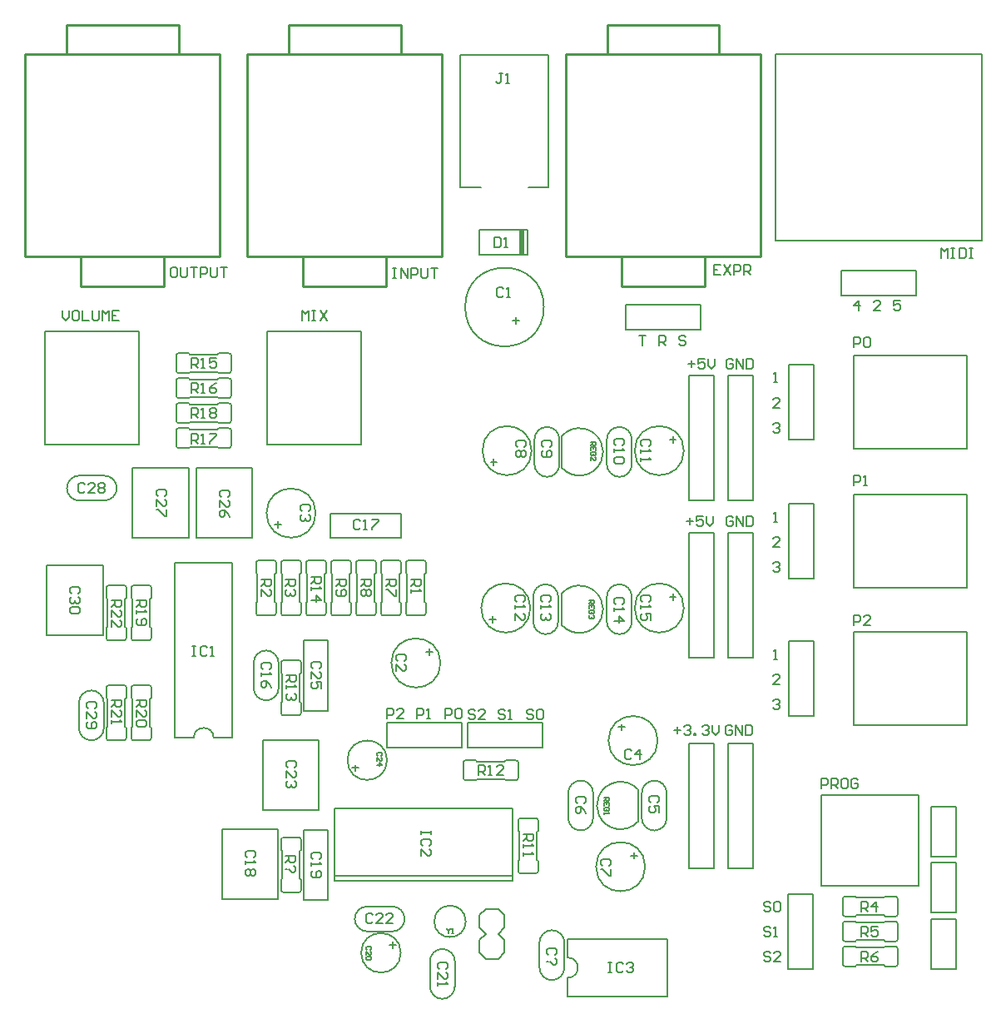
<source format=gto>
G04*
G04 #@! TF.GenerationSoftware,Altium Limited,Altium Designer,19.0.12 (326)*
G04*
G04 Layer_Color=65535*
%FSLAX25Y25*%
%MOIN*%
G70*
G01*
G75*
%ADD10C,0.00600*%
%ADD11C,0.00500*%
%ADD12C,0.01000*%
%ADD13C,0.00800*%
%ADD14R,0.02000X0.10000*%
D10*
X149406Y107060D02*
G03*
X149406Y107060I-7906J0D01*
G01*
X354063Y31500D02*
G03*
X353063Y32500I-1000J0D01*
G01*
Y24500D02*
G03*
X354063Y25500I0J1000D01*
G01*
X331937D02*
G03*
X332937Y24500I1000J0D01*
G01*
Y32500D02*
G03*
X331937Y31500I0J-1000D01*
G01*
X354063Y41500D02*
G03*
X353063Y42500I-1000J0D01*
G01*
Y34500D02*
G03*
X354063Y35500I0J1000D01*
G01*
X331937D02*
G03*
X332937Y34500I1000J0D01*
G01*
Y42500D02*
G03*
X331937Y41500I0J-1000D01*
G01*
X354063Y51500D02*
G03*
X353063Y52500I-1000J0D01*
G01*
Y44500D02*
G03*
X354063Y45500I0J1000D01*
G01*
X331937D02*
G03*
X332937Y44500I1000J0D01*
G01*
Y52500D02*
G03*
X331937Y51500I0J-1000D01*
G01*
X221896Y20000D02*
G03*
X221896Y28000I0J4000D01*
G01*
X220500Y34000D02*
G03*
X215500Y39000I-5000J0D01*
G01*
Y19000D02*
G03*
X220500Y24000I0J5000D01*
G01*
X215500Y39000D02*
G03*
X210500Y34000I0J-5000D01*
G01*
Y24000D02*
G03*
X215500Y19000I5000J0D01*
G01*
X212248Y288494D02*
G03*
X212248Y288494I-15748J0D01*
G01*
X257843Y114915D02*
G03*
X257843Y114915I-9843J0D01*
G01*
X234300Y85100D02*
G03*
X250000Y82494I8700J3816D01*
G01*
X234300Y92731D02*
G03*
X234300Y85099I8701J-3816D01*
G01*
X250000Y95336D02*
G03*
X234300Y92730I-7000J-6422D01*
G01*
X252843Y64415D02*
G03*
X252843Y64415I-9843J0D01*
G01*
X256500Y78915D02*
G03*
X261500Y83915I0J5000D01*
G01*
X251500D02*
G03*
X256500Y78915I5000J0D01*
G01*
Y98915D02*
G03*
X251500Y93915I0J-5000D01*
G01*
X261500D02*
G03*
X256500Y98915I-5000J0D01*
G01*
X227000D02*
G03*
X222000Y93915I0J-5000D01*
G01*
X232000D02*
G03*
X227000Y98915I-5000J0D01*
G01*
Y78915D02*
G03*
X232000Y83915I0J5000D01*
G01*
X222000D02*
G03*
X227000Y78915I5000J0D01*
G01*
X202063Y106000D02*
G03*
X201063Y107000I-1000J0D01*
G01*
Y99000D02*
G03*
X202063Y100000I0J1000D01*
G01*
X179937D02*
G03*
X180937Y99000I1000J0D01*
G01*
Y107000D02*
G03*
X179937Y106000I0J-1000D01*
G01*
X210000Y82863D02*
G03*
X209000Y83863I-1000J0D01*
G01*
X203000D02*
G03*
X202000Y82863I0J-1000D01*
G01*
Y62737D02*
G03*
X203000Y61737I1000J0D01*
G01*
X209000D02*
G03*
X210000Y62737I0J1000D01*
G01*
X171600Y11500D02*
G03*
X176600Y16500I0J5000D01*
G01*
X166600D02*
G03*
X171600Y11500I5000J0D01*
G01*
Y31500D02*
G03*
X166600Y26500I0J-5000D01*
G01*
X176600D02*
G03*
X171600Y31500I-5000J0D01*
G01*
X136500Y43500D02*
G03*
X141500Y38500I5000J0D01*
G01*
Y48500D02*
G03*
X136500Y43500I0J-5000D01*
G01*
X156500D02*
G03*
X151500Y48500I-5000J0D01*
G01*
Y38500D02*
G03*
X156500Y43500I0J5000D01*
G01*
X154906Y29940D02*
G03*
X154906Y29940I-7906J0D01*
G01*
X235200Y171315D02*
G03*
X219500Y173921I-8700J-3816D01*
G01*
X235200Y163684D02*
G03*
X235200Y171316I-8701J3816D01*
G01*
X219500Y161079D02*
G03*
X235200Y163685I7000J6422D01*
G01*
X268343Y168000D02*
G03*
X268343Y168000I-9843J0D01*
G01*
X242500Y157500D02*
G03*
X247500Y162500I0J5000D01*
G01*
X237500D02*
G03*
X242500Y157500I5000J0D01*
G01*
Y177500D02*
G03*
X237500Y172500I0J-5000D01*
G01*
X247500D02*
G03*
X242500Y177500I-5000J0D01*
G01*
X213000D02*
G03*
X208000Y172500I0J-5000D01*
G01*
X218000D02*
G03*
X213000Y177500I-5000J0D01*
G01*
Y157500D02*
G03*
X218000Y162500I0J5000D01*
G01*
X208000D02*
G03*
X213000Y157500I5000J0D01*
G01*
X206843Y168000D02*
G03*
X206843Y168000I-9843J0D01*
G01*
X235200Y234315D02*
G03*
X219500Y236921I-8700J-3816D01*
G01*
X235200Y226684D02*
G03*
X235200Y234316I-8701J3816D01*
G01*
X219500Y224079D02*
G03*
X235200Y226685I7000J6422D01*
G01*
X268343Y231000D02*
G03*
X268343Y231000I-9843J0D01*
G01*
X242500Y220500D02*
G03*
X247500Y225500I0J5000D01*
G01*
X237500D02*
G03*
X242500Y220500I5000J0D01*
G01*
Y240500D02*
G03*
X237500Y235500I0J-5000D01*
G01*
X247500D02*
G03*
X242500Y240500I-5000J0D01*
G01*
X213500D02*
G03*
X208500Y235500I0J-5000D01*
G01*
X218500D02*
G03*
X213500Y240500I-5000J0D01*
G01*
Y220500D02*
G03*
X218500Y225500I0J5000D01*
G01*
X208500D02*
G03*
X213500Y220500I5000J0D01*
G01*
X207343Y231000D02*
G03*
X207343Y231000I-9843J0D01*
G01*
X170843Y146000D02*
G03*
X170843Y146000I-9843J0D01*
G01*
X115000Y146063D02*
G03*
X114000Y147063I-1000J0D01*
G01*
X108000D02*
G03*
X107000Y146063I0J-1000D01*
G01*
Y125937D02*
G03*
X108000Y124937I1000J0D01*
G01*
X114000D02*
G03*
X115000Y125937I0J1000D01*
G01*
X101000Y131000D02*
G03*
X106000Y136000I0J5000D01*
G01*
X96000D02*
G03*
X101000Y131000I5000J0D01*
G01*
Y151000D02*
G03*
X96000Y146000I0J-5000D01*
G01*
X106000D02*
G03*
X101000Y151000I-5000J0D01*
G01*
X120843Y206000D02*
G03*
X120843Y206000I-9843J0D01*
G01*
X157000Y165937D02*
G03*
X158000Y164937I1000J0D01*
G01*
X164000D02*
G03*
X165000Y165937I0J1000D01*
G01*
Y186063D02*
G03*
X164000Y187063I-1000J0D01*
G01*
X158000D02*
G03*
X157000Y186063I0J-1000D01*
G01*
X154000Y164937D02*
G03*
X155000Y165937I0J1000D01*
G01*
X147000D02*
G03*
X148000Y164937I1000J0D01*
G01*
Y187063D02*
G03*
X147000Y186063I0J-1000D01*
G01*
X155000D02*
G03*
X154000Y187063I-1000J0D01*
G01*
X137000Y165937D02*
G03*
X138000Y164937I1000J0D01*
G01*
X144000D02*
G03*
X145000Y165937I0J1000D01*
G01*
Y186063D02*
G03*
X144000Y187063I-1000J0D01*
G01*
X138000D02*
G03*
X137000Y186063I0J-1000D01*
G01*
X134000Y164937D02*
G03*
X135000Y165937I0J1000D01*
G01*
X127000D02*
G03*
X128000Y164937I1000J0D01*
G01*
Y187063D02*
G03*
X127000Y186063I0J-1000D01*
G01*
X135000D02*
G03*
X134000Y187063I-1000J0D01*
G01*
X125000Y186063D02*
G03*
X124000Y187063I-1000J0D01*
G01*
X118000D02*
G03*
X117000Y186063I0J-1000D01*
G01*
Y165937D02*
G03*
X118000Y164937I1000J0D01*
G01*
X124000D02*
G03*
X125000Y165937I0J1000D01*
G01*
X115000Y186063D02*
G03*
X114000Y187063I-1000J0D01*
G01*
X108000D02*
G03*
X107000Y186063I0J-1000D01*
G01*
Y165937D02*
G03*
X108000Y164937I1000J0D01*
G01*
X114000D02*
G03*
X115000Y165937I0J1000D01*
G01*
X105000Y186063D02*
G03*
X104000Y187063I-1000J0D01*
G01*
X98000D02*
G03*
X97000Y186063I0J-1000D01*
G01*
Y165937D02*
G03*
X98000Y164937I1000J0D01*
G01*
X104000D02*
G03*
X105000Y165937I0J1000D01*
G01*
X107000Y55137D02*
G03*
X108000Y54137I1000J0D01*
G01*
X114000D02*
G03*
X115000Y55137I0J1000D01*
G01*
Y75263D02*
G03*
X114000Y76263I-1000J0D01*
G01*
X108000D02*
G03*
X107000Y75263I0J-1000D01*
G01*
X47000Y115937D02*
G03*
X48000Y114937I1000J0D01*
G01*
X54000D02*
G03*
X55000Y115937I0J1000D01*
G01*
Y136063D02*
G03*
X54000Y137063I-1000J0D01*
G01*
X48000D02*
G03*
X47000Y136063I0J-1000D01*
G01*
X44000Y114937D02*
G03*
X45000Y115937I0J1000D01*
G01*
X37000D02*
G03*
X38000Y114937I1000J0D01*
G01*
Y137063D02*
G03*
X37000Y136063I0J-1000D01*
G01*
X45000D02*
G03*
X44000Y137063I-1000J0D01*
G01*
X31000Y135000D02*
G03*
X26000Y130000I0J-5000D01*
G01*
X36000D02*
G03*
X31000Y135000I-5000J0D01*
G01*
Y115000D02*
G03*
X36000Y120000I0J5000D01*
G01*
X26000D02*
G03*
X31000Y115000I5000J0D01*
G01*
X80000Y116000D02*
G03*
X72000Y116000I-4000J0D01*
G01*
X47000Y155937D02*
G03*
X48000Y154937I1000J0D01*
G01*
X54000D02*
G03*
X55000Y155937I0J1000D01*
G01*
Y176063D02*
G03*
X54000Y177063I-1000J0D01*
G01*
X48000D02*
G03*
X47000Y176063I0J-1000D01*
G01*
X44000Y154937D02*
G03*
X45000Y155937I0J1000D01*
G01*
X37000D02*
G03*
X38000Y154937I1000J0D01*
G01*
Y177063D02*
G03*
X37000Y176063I0J-1000D01*
G01*
X45000D02*
G03*
X44000Y177063I-1000J0D01*
G01*
X21200Y216000D02*
G03*
X26200Y211000I5000J0D01*
G01*
Y221000D02*
G03*
X21200Y216000I0J-5000D01*
G01*
X41200D02*
G03*
X36200Y221000I-5000J0D01*
G01*
Y211000D02*
G03*
X41200Y216000I0J5000D01*
G01*
X86063Y262000D02*
G03*
X87063Y263000I0J1000D01*
G01*
Y269000D02*
G03*
X86063Y270000I-1000J0D01*
G01*
X65937D02*
G03*
X64937Y269000I0J-1000D01*
G01*
Y263000D02*
G03*
X65937Y262000I1000J0D01*
G01*
Y260000D02*
G03*
X64937Y259000I0J-1000D01*
G01*
Y253000D02*
G03*
X65937Y252000I1000J0D01*
G01*
X86063D02*
G03*
X87063Y253000I0J1000D01*
G01*
Y259000D02*
G03*
X86063Y260000I-1000J0D01*
G01*
X65937Y250000D02*
G03*
X64937Y249000I0J-1000D01*
G01*
Y243000D02*
G03*
X65937Y242000I1000J0D01*
G01*
X86063D02*
G03*
X87063Y243000I0J1000D01*
G01*
Y249000D02*
G03*
X86063Y250000I-1000J0D01*
G01*
Y232000D02*
G03*
X87063Y233000I0J1000D01*
G01*
Y239000D02*
G03*
X86063Y240000I-1000J0D01*
G01*
X65937D02*
G03*
X64937Y239000I0J-1000D01*
G01*
Y233000D02*
G03*
X65937Y232000I1000J0D01*
G01*
X135442Y103975D02*
X137942D01*
X136700Y105192D02*
X136728Y102727D01*
X331937Y25500D02*
Y31500D01*
X354063Y25500D02*
Y31500D01*
X337437Y25000D02*
X348563D01*
X337437Y32000D02*
X348563D01*
X332937Y24500D02*
X336937D01*
X332937Y32500D02*
X336937D01*
X349063Y24500D02*
X353063D01*
X349063Y32500D02*
X353063D01*
X336937Y24500D02*
X337437Y25000D01*
X336937Y32500D02*
X337437Y32000D01*
X348563Y25000D02*
X349063Y24500D01*
X348563Y32000D02*
X349063Y32500D01*
X331937Y35500D02*
Y41500D01*
X354063Y35500D02*
Y41500D01*
X337437Y35000D02*
X348563D01*
X337437Y42000D02*
X348563D01*
X332937Y34500D02*
X336937D01*
X332937Y42500D02*
X336937D01*
X349063Y34500D02*
X353063D01*
X349063Y42500D02*
X353063D01*
X336937Y34500D02*
X337437Y35000D01*
X336937Y42500D02*
X337437Y42000D01*
X348563Y35000D02*
X349063Y34500D01*
X348563Y42000D02*
X349063Y42500D01*
X331937Y45500D02*
Y51500D01*
X354063Y45500D02*
Y51500D01*
X337437Y45000D02*
X348563D01*
X337437Y52000D02*
X348563D01*
X332937Y44500D02*
X336937D01*
X332937Y52500D02*
X336937D01*
X349063Y44500D02*
X353063D01*
X349063Y52500D02*
X353063D01*
X336937Y44500D02*
X337437Y45000D01*
X336937Y52500D02*
X337437Y52000D01*
X348563Y45000D02*
X349063Y44500D01*
X348563Y52000D02*
X349063Y52500D01*
X261896Y12500D02*
Y35500D01*
X221896D02*
X261896D01*
X221896Y28000D02*
Y35500D01*
Y12500D02*
X261896D01*
X221896D02*
Y20000D01*
X220500Y24000D02*
Y34000D01*
X210500Y26500D02*
Y34000D01*
Y24000D02*
Y26500D01*
X201000Y281894D02*
Y284395D01*
X199700Y283095D02*
X202300D01*
X205850Y309500D02*
Y319500D01*
X186500Y309500D02*
Y319500D01*
X201850Y309500D02*
X205850D01*
X186500Y319500D02*
X205800D01*
X186500Y309500D02*
X202450D01*
X243500Y119015D02*
Y121515D01*
X242200Y120315D02*
X244800D01*
X250000Y82494D02*
Y95336D01*
X247100Y68915D02*
X249600D01*
X248400Y67615D02*
Y70215D01*
X251500Y83915D02*
Y86415D01*
Y93915D01*
X261500Y83915D02*
Y93915D01*
X232000Y91415D02*
Y93915D01*
Y83915D02*
Y91415D01*
X222000Y83915D02*
Y93915D01*
X179937Y100000D02*
Y106000D01*
X202063Y100000D02*
Y106000D01*
X185437Y99500D02*
X196563D01*
X185437Y106500D02*
X196563D01*
X180937Y99000D02*
X184937D01*
X180937Y107000D02*
X184937D01*
X197063Y99000D02*
X201063D01*
X197063Y107000D02*
X201063D01*
X184937Y99000D02*
X185437Y99500D01*
X184937Y107000D02*
X185437Y106500D01*
X196563Y99500D02*
X197063Y99000D01*
X196563Y106500D02*
X197063Y107000D01*
X209500Y67237D02*
X210000Y66737D01*
X202000D02*
X202500Y67237D01*
X209500Y78363D02*
X210000Y78863D01*
X202000D02*
X202500Y78363D01*
X210000Y62737D02*
Y66737D01*
X202000Y62737D02*
Y66737D01*
X210000Y78863D02*
Y82863D01*
X202000Y78863D02*
Y82863D01*
X209500Y67237D02*
Y78363D01*
X202500Y67237D02*
Y78363D01*
X203000Y61737D02*
X209000D01*
X203000Y83863D02*
X209000D01*
X166600Y16500D02*
Y19000D01*
Y26500D01*
X176600Y16500D02*
Y26500D01*
X141500Y48500D02*
X144000D01*
X151500D01*
X141500Y38500D02*
X151500D01*
X150558Y33025D02*
X153058D01*
X151772Y34273D02*
X151800Y31808D01*
X219500Y161079D02*
Y173921D01*
X262600Y172500D02*
X265100D01*
X263900Y171200D02*
Y173800D01*
X237500Y162500D02*
Y165000D01*
Y172500D01*
X247500Y162500D02*
Y172500D01*
X218000Y170000D02*
Y172500D01*
Y162500D02*
Y170000D01*
X208000Y162500D02*
Y172500D01*
X190400Y163500D02*
X192900D01*
X191600Y162200D02*
Y164800D01*
X219500Y224079D02*
Y236921D01*
X262600Y235500D02*
X265100D01*
X263900Y234200D02*
Y236800D01*
X237500Y225500D02*
Y228000D01*
Y235500D01*
X247500Y225500D02*
Y235500D01*
X218500Y233000D02*
Y235500D01*
Y225500D02*
Y233000D01*
X208500Y225500D02*
Y235500D01*
X190900Y226500D02*
X193400D01*
X192100Y225200D02*
Y227800D01*
X165100Y150500D02*
X167600D01*
X166400Y149200D02*
Y151800D01*
X99600Y115223D02*
X122100D01*
Y87223D02*
Y115223D01*
X99600Y87223D02*
X122100D01*
X99600D02*
Y115223D01*
X114500Y130437D02*
X115000Y129937D01*
X107000D02*
X107500Y130437D01*
X114500Y141563D02*
X115000Y142063D01*
X107000D02*
X107500Y141563D01*
X115000Y125937D02*
Y129937D01*
X107000Y125937D02*
Y129937D01*
X115000Y142063D02*
Y146063D01*
X107000Y142063D02*
Y146063D01*
X114500Y130437D02*
Y141563D01*
X107500Y130437D02*
Y141563D01*
X108000Y124937D02*
X114000D01*
X108000Y147063D02*
X114000D01*
X125882Y126894D02*
Y155106D01*
X116118D02*
X125882D01*
X116118Y126894D02*
Y155106D01*
Y126894D02*
X125882D01*
X96000Y136000D02*
Y138500D01*
Y146000D01*
X106000Y136000D02*
Y146000D01*
X104400Y201500D02*
X106900D01*
X105600Y200200D02*
Y202800D01*
X126894Y196118D02*
X155106D01*
Y205882D01*
X126894D02*
X155106D01*
X126894Y196118D02*
Y205882D01*
X157000Y182063D02*
X157500Y181563D01*
X164500D02*
X165000Y182063D01*
X157000Y169937D02*
X157500Y170437D01*
X164500D02*
X165000Y169937D01*
X157000Y182063D02*
Y186063D01*
X165000Y182063D02*
Y186063D01*
X157000Y165937D02*
Y169937D01*
X165000Y165937D02*
Y169937D01*
X157500Y170437D02*
Y181563D01*
X164500Y170437D02*
Y181563D01*
X158000Y187063D02*
X164000D01*
X158000Y164937D02*
X164000D01*
X148000Y187063D02*
X154000D01*
X148000Y164937D02*
X154000D01*
X147500Y170437D02*
Y181563D01*
X154500Y170437D02*
Y181563D01*
X147000Y182063D02*
Y186063D01*
X155000Y182063D02*
Y186063D01*
X147000Y165937D02*
Y169937D01*
X155000Y165937D02*
Y169937D01*
X147000Y182063D02*
X147500Y181563D01*
X154500D02*
X155000Y182063D01*
X147000Y169937D02*
X147500Y170437D01*
X154500D02*
X155000Y169937D01*
X137000Y182063D02*
X137500Y181563D01*
X144500D02*
X145000Y182063D01*
X137000Y169937D02*
X137500Y170437D01*
X144500D02*
X145000Y169937D01*
X137000Y182063D02*
Y186063D01*
X145000Y182063D02*
Y186063D01*
X137000Y165937D02*
Y169937D01*
X145000Y165937D02*
Y169937D01*
X137500Y170437D02*
Y181563D01*
X144500Y170437D02*
Y181563D01*
X138000Y187063D02*
X144000D01*
X138000Y164937D02*
X144000D01*
X128000Y187063D02*
X134000D01*
X128000Y164937D02*
X134000D01*
X127500Y170437D02*
Y181563D01*
X134500Y170437D02*
Y181563D01*
X127000Y182063D02*
Y186063D01*
X135000Y182063D02*
Y186063D01*
X127000Y165937D02*
Y169937D01*
X135000Y165937D02*
Y169937D01*
X127000Y182063D02*
X127500Y181563D01*
X134500D02*
X135000Y182063D01*
X127000Y169937D02*
X127500Y170437D01*
X134500D02*
X135000Y169937D01*
X124500Y170437D02*
X125000Y169937D01*
X117000D02*
X117500Y170437D01*
X124500Y181563D02*
X125000Y182063D01*
X117000D02*
X117500Y181563D01*
X125000Y165937D02*
Y169937D01*
X117000Y165937D02*
Y169937D01*
X125000Y182063D02*
Y186063D01*
X117000Y182063D02*
Y186063D01*
X124500Y170437D02*
Y181563D01*
X117500Y170437D02*
Y181563D01*
X118000Y164937D02*
X124000D01*
X118000Y187063D02*
X124000D01*
X114500Y170437D02*
X115000Y169937D01*
X107000D02*
X107500Y170437D01*
X114500Y181563D02*
X115000Y182063D01*
X107000D02*
X107500Y181563D01*
X115000Y165937D02*
Y169937D01*
X107000Y165937D02*
Y169937D01*
X115000Y182063D02*
Y186063D01*
X107000Y182063D02*
Y186063D01*
X114500Y170437D02*
Y181563D01*
X107500Y170437D02*
Y181563D01*
X108000Y164937D02*
X114000D01*
X108000Y187063D02*
X114000D01*
X104500Y170437D02*
X105000Y169937D01*
X97000D02*
X97500Y170437D01*
X104500Y181563D02*
X105000Y182063D01*
X97000D02*
X97500Y181563D01*
X105000Y165937D02*
Y169937D01*
X97000Y165937D02*
Y169937D01*
X105000Y182063D02*
Y186063D01*
X97000Y182063D02*
Y186063D01*
X104500Y170437D02*
Y181563D01*
X97500Y170437D02*
Y181563D01*
X98000Y164937D02*
X104000D01*
X98000Y187063D02*
X104000D01*
X107000Y71263D02*
X107500Y70763D01*
X114500D02*
X115000Y71263D01*
X107000Y59137D02*
X107500Y59637D01*
X114500D02*
X115000Y59137D01*
X107000Y71263D02*
Y75263D01*
X115000Y71263D02*
Y75263D01*
X107000Y55137D02*
Y59137D01*
X115000Y55137D02*
Y59137D01*
X107500Y59637D02*
Y70763D01*
X114500Y59637D02*
Y70763D01*
X108000Y76263D02*
X114000D01*
X108000Y54137D02*
X114000D01*
X116118Y51036D02*
Y79248D01*
Y51036D02*
X125882D01*
Y79248D01*
X116118D02*
X125882D01*
X83300Y51542D02*
X105800D01*
X83300D02*
Y79542D01*
X105800D01*
Y51542D02*
Y79542D01*
X47000Y132063D02*
X47500Y131563D01*
X54500D02*
X55000Y132063D01*
X47000Y119937D02*
X47500Y120437D01*
X54500D02*
X55000Y119937D01*
X47000Y132063D02*
Y136063D01*
X55000Y132063D02*
Y136063D01*
X47000Y115937D02*
Y119937D01*
X55000Y115937D02*
Y119937D01*
X47500Y120437D02*
Y131563D01*
X54500Y120437D02*
Y131563D01*
X48000Y137063D02*
X54000D01*
X48000Y114937D02*
X54000D01*
X38000Y137063D02*
X44000D01*
X38000Y114937D02*
X44000D01*
X37500Y120437D02*
Y131563D01*
X44500Y120437D02*
Y131563D01*
X37000Y132063D02*
Y136063D01*
X45000Y132063D02*
Y136063D01*
X37000Y115937D02*
Y119937D01*
X45000Y115937D02*
Y119937D01*
X37000Y132063D02*
X37500Y131563D01*
X44500D02*
X45000Y132063D01*
X37000Y119937D02*
X37500Y120437D01*
X44500D02*
X45000Y119937D01*
X36000Y127500D02*
Y130000D01*
Y120000D02*
Y127500D01*
X26000Y120000D02*
Y130000D01*
X64500Y116000D02*
Y186000D01*
X87500Y116000D02*
Y186000D01*
X64500D02*
X87500D01*
X80000Y116000D02*
X87500D01*
X64500D02*
X72000D01*
X47000Y172063D02*
X47500Y171563D01*
X54500D02*
X55000Y172063D01*
X47000Y159937D02*
X47500Y160437D01*
X54500D02*
X55000Y159937D01*
X47000Y172063D02*
Y176063D01*
X55000Y172063D02*
Y176063D01*
X47000Y155937D02*
Y159937D01*
X55000Y155937D02*
Y159937D01*
X47500Y160437D02*
Y171563D01*
X54500Y160437D02*
Y171563D01*
X48000Y177063D02*
X54000D01*
X48000Y154937D02*
X54000D01*
X13200Y185000D02*
X35700D01*
Y157000D02*
Y185000D01*
X13200Y157000D02*
X35700D01*
X13200D02*
Y185000D01*
X38000Y177063D02*
X44000D01*
X38000Y154937D02*
X44000D01*
X37500Y160437D02*
Y171563D01*
X44500Y160437D02*
Y171563D01*
X37000Y172063D02*
Y176063D01*
X45000Y172063D02*
Y176063D01*
X37000Y155937D02*
Y159937D01*
X45000Y155937D02*
Y159937D01*
X37000Y172063D02*
X37500Y171563D01*
X44500D02*
X45000Y172063D01*
X37000Y159937D02*
X37500Y160437D01*
X44500D02*
X45000Y159937D01*
X73000Y224000D02*
X95500D01*
Y196000D02*
Y224000D01*
X73000Y196000D02*
X95500D01*
X73000D02*
Y224000D01*
X47500D02*
X70000D01*
Y196000D02*
Y224000D01*
X47500Y196000D02*
X70000D01*
X47500D02*
Y224000D01*
X26200Y221000D02*
X28700D01*
X36200D01*
X26200Y211000D02*
X36200D01*
X69937Y262000D02*
X70437Y262500D01*
X69937Y270000D02*
X70437Y269500D01*
X81563Y262500D02*
X82063Y262000D01*
X81563Y269500D02*
X82063Y270000D01*
X65937Y262000D02*
X69937D01*
X65937Y270000D02*
X69937D01*
X82063Y262000D02*
X86063D01*
X82063Y270000D02*
X86063D01*
X70437Y262500D02*
X81563D01*
X70437Y269500D02*
X81563D01*
X64937Y263000D02*
Y269000D01*
X87063Y263000D02*
Y269000D01*
X81563Y259500D02*
X82063Y260000D01*
X81563Y252500D02*
X82063Y252000D01*
X69937Y260000D02*
X70437Y259500D01*
X69937Y252000D02*
X70437Y252500D01*
X82063Y260000D02*
X86063D01*
X82063Y252000D02*
X86063D01*
X65937Y260000D02*
X69937D01*
X65937Y252000D02*
X69937D01*
X70437Y259500D02*
X81563D01*
X70437Y252500D02*
X81563D01*
X87063Y253000D02*
Y259000D01*
X64937Y253000D02*
Y259000D01*
X81563Y249500D02*
X82063Y250000D01*
X81563Y242500D02*
X82063Y242000D01*
X69937Y250000D02*
X70437Y249500D01*
X69937Y242000D02*
X70437Y242500D01*
X82063Y250000D02*
X86063D01*
X82063Y242000D02*
X86063D01*
X65937Y250000D02*
X69937D01*
X65937Y242000D02*
X69937D01*
X70437Y249500D02*
X81563D01*
X70437Y242500D02*
X81563D01*
X87063Y243000D02*
Y249000D01*
X64937Y243000D02*
Y249000D01*
X69937Y232000D02*
X70437Y232500D01*
X69937Y240000D02*
X70437Y239500D01*
X81563Y232500D02*
X82063Y232000D01*
X81563Y239500D02*
X82063Y240000D01*
X65937Y232000D02*
X69937D01*
X65937Y240000D02*
X69937D01*
X82063Y232000D02*
X86063D01*
X82063Y240000D02*
X86063D01*
X70437Y232500D02*
X81563D01*
X70437Y239500D02*
X81563D01*
X64937Y233000D02*
Y239000D01*
X87063Y233000D02*
Y239000D01*
X173500Y39652D02*
Y39318D01*
X174167Y38652D01*
X174833Y39318D01*
Y39652D01*
X174167Y38652D02*
Y37652D01*
X175499D02*
X176166D01*
X175833D01*
Y39652D01*
X175499Y39318D01*
X230500Y171104D02*
X232499D01*
Y170104D01*
X232166Y169771D01*
X231500D01*
X231166Y170104D01*
Y171104D01*
Y170437D02*
X230500Y169771D01*
X232499Y167771D02*
Y169104D01*
X230500D01*
Y167771D01*
X231500Y169104D02*
Y168438D01*
X232166Y165772D02*
X232499Y166105D01*
Y166772D01*
X232166Y167105D01*
X230833D01*
X230500Y166772D01*
Y166105D01*
X230833Y165772D01*
X231500D01*
Y166439D01*
X232166Y165106D02*
X232499Y164772D01*
Y164106D01*
X232166Y163773D01*
X231833D01*
X231500Y164106D01*
Y164439D01*
Y164106D01*
X231166Y163773D01*
X230833D01*
X230500Y164106D01*
Y164772D01*
X230833Y165106D01*
X231000Y234309D02*
X232999D01*
Y233310D01*
X232666Y232977D01*
X232000D01*
X231666Y233310D01*
Y234309D01*
Y233643D02*
X231000Y232977D01*
X232999Y230977D02*
Y232310D01*
X231000D01*
Y230977D01*
X232000Y232310D02*
Y231644D01*
X232666Y228978D02*
X232999Y229311D01*
Y229977D01*
X232666Y230311D01*
X231333D01*
X231000Y229977D01*
Y229311D01*
X231333Y228978D01*
X232000D01*
Y229644D01*
X231000Y226978D02*
Y228311D01*
X232333Y226978D01*
X232666D01*
X232999Y227312D01*
Y227978D01*
X232666Y228311D01*
X236500Y92097D02*
X238499D01*
Y91097D01*
X238166Y90764D01*
X237500D01*
X237166Y91097D01*
Y92097D01*
Y91430D02*
X236500Y90764D01*
X238499Y88764D02*
Y90097D01*
X236500D01*
Y88764D01*
X237500Y90097D02*
Y89431D01*
X238166Y86765D02*
X238499Y87098D01*
Y87765D01*
X238166Y88098D01*
X236833D01*
X236500Y87765D01*
Y87098D01*
X236833Y86765D01*
X237500D01*
Y87431D01*
X236500Y86098D02*
Y85432D01*
Y85765D01*
X238499D01*
X238166Y86098D01*
X147166Y108667D02*
X147499Y109000D01*
Y109667D01*
X147166Y110000D01*
X145833D01*
X145500Y109667D01*
Y109000D01*
X145833Y108667D01*
X145500Y106668D02*
Y108001D01*
X146833Y106668D01*
X147166D01*
X147499Y107001D01*
Y107667D01*
X147166Y108001D01*
X145500Y105002D02*
X147499D01*
X146500Y106001D01*
Y104668D01*
X142772Y31147D02*
X143105Y31480D01*
Y32147D01*
X142772Y32480D01*
X141439D01*
X141106Y32147D01*
Y31480D01*
X141439Y31147D01*
X141106Y29148D02*
Y30481D01*
X142439Y29148D01*
X142772D01*
X143105Y29481D01*
Y30147D01*
X142772Y30481D01*
Y28481D02*
X143105Y28148D01*
Y27482D01*
X142772Y27148D01*
X141439D01*
X141106Y27482D01*
Y28148D01*
X141439Y28481D01*
X142772D01*
D11*
X180965Y42531D02*
G03*
X180965Y42531I-6299J0D01*
G01*
X194000Y37500D02*
X196500Y35000D01*
X186500Y40000D02*
X189000Y37500D01*
X186500Y45000D02*
X189000Y47500D01*
X186500Y35000D02*
X189000Y37500D01*
X194000Y47500D02*
X196500Y45000D01*
X194000Y37500D02*
X196500Y40000D01*
X186500Y30000D02*
X189000Y27500D01*
X194000D02*
X196500Y30000D01*
X189000Y47500D02*
X194000D01*
X189000Y27500D02*
X194000D01*
X186500Y40000D02*
Y45000D01*
X196500Y40000D02*
Y45000D01*
X186500Y30000D02*
Y35000D01*
X196500Y30000D02*
Y35000D01*
X336409Y120984D02*
Y158386D01*
X381685Y120984D02*
Y158386D01*
X336409D02*
X381685D01*
X336409Y120984D02*
X381685D01*
X336409Y175984D02*
Y213386D01*
X381685Y175984D02*
Y213386D01*
X336409D02*
X381685D01*
X336409Y175984D02*
X381685D01*
X336409Y231614D02*
Y269016D01*
X381685Y231614D02*
Y269016D01*
X336409D02*
X381685D01*
X336409Y231614D02*
X381685D01*
X49902Y233500D02*
Y278776D01*
X12500Y233500D02*
Y278776D01*
X49902D01*
X12500Y233500D02*
X49902D01*
X138902D02*
Y278776D01*
X101500Y233500D02*
Y278776D01*
X138902D01*
X101500Y233500D02*
X138902D01*
X304976Y315008D02*
X387653D01*
X304976Y389811D02*
X387653D01*
Y315008D02*
Y389811D01*
X304976Y315008D02*
Y389811D01*
X323500Y93000D02*
X362500D01*
X323500Y56900D02*
Y93000D01*
X362500Y56900D02*
Y93000D01*
X323500Y56900D02*
X362500D01*
X310000Y53500D02*
X320000D01*
X310001Y23500D02*
X320000D01*
X310000D02*
Y53500D01*
X320000Y23500D02*
Y53500D01*
X245000Y279500D02*
Y289500D01*
X275000Y279501D02*
Y289500D01*
X245000Y279500D02*
X275000D01*
X245000Y289500D02*
X275000D01*
X331315Y293000D02*
Y303000D01*
X361315Y293001D02*
Y303000D01*
X331315Y293000D02*
X361315D01*
X331315Y303000D02*
X361315D01*
X296000Y148000D02*
Y198000D01*
X286000Y148000D02*
Y198000D01*
X286001Y148000D02*
X296000D01*
X286000Y198000D02*
X296000D01*
X280500Y148000D02*
Y198000D01*
X270500Y148000D02*
Y198000D01*
X270501Y148000D02*
X280500D01*
X270500Y198000D02*
X280500D01*
X286000Y63915D02*
Y113915D01*
X296000Y63915D02*
Y113915D01*
X286000D02*
X295999D01*
X286000Y63915D02*
X296000D01*
X270500D02*
Y113915D01*
X280500Y63915D02*
Y113915D01*
X270500D02*
X280499D01*
X270500Y63915D02*
X280500D01*
X296000Y211000D02*
Y261000D01*
X286000Y211000D02*
Y261000D01*
X286001Y211000D02*
X296000D01*
X286000Y261000D02*
X296000D01*
X280500Y211000D02*
Y261000D01*
X270500Y211000D02*
Y261000D01*
X270501Y211000D02*
X280500D01*
X270500Y261000D02*
X280500D01*
X310500Y124685D02*
X320500D01*
X310500Y154685D02*
X320499D01*
X320500Y124685D02*
Y154685D01*
X310500Y124685D02*
Y154685D01*
Y179685D02*
X320500D01*
X310500Y209685D02*
X320499D01*
X320500Y179685D02*
Y209685D01*
X310500Y179685D02*
Y209685D01*
Y235315D02*
X320500D01*
X310500Y265315D02*
X320499D01*
X320500Y235315D02*
Y265315D01*
X310500Y235315D02*
Y265315D01*
X367500Y43500D02*
X377500D01*
X367501Y23500D02*
X377500D01*
X367500D02*
Y43500D01*
X377500Y23500D02*
Y43500D01*
X367500Y66000D02*
X377500D01*
X367501Y46000D02*
X377500D01*
X367500D02*
Y66000D01*
X377500Y46000D02*
Y66000D01*
X367500Y88500D02*
X377500D01*
X367501Y68500D02*
X377500D01*
X367500D02*
Y88500D01*
X377500Y68500D02*
Y88500D01*
X149449Y112000D02*
Y122000D01*
X179449Y112001D02*
Y122000D01*
X149449Y112000D02*
X179449D01*
X149449Y122000D02*
X179449D01*
X181600Y112000D02*
Y122000D01*
X211600Y112001D02*
Y122000D01*
X181600Y112000D02*
X211600D01*
X181600Y122000D02*
X211600D01*
D12*
X93500Y308646D02*
Y389748D01*
Y308646D02*
X115768D01*
Y296835D02*
Y308646D01*
Y296835D02*
X149232D01*
Y308646D01*
X115768D02*
X149232D01*
X171500D01*
Y389748D01*
X154941D02*
X171500D01*
X154941D02*
Y401362D01*
X110059D02*
X154941D01*
X110059Y389748D02*
X154941D01*
X110059D02*
Y401362D01*
X93500Y389748D02*
X110059D01*
X4500Y308646D02*
Y389748D01*
Y308646D02*
X26768D01*
Y296835D02*
Y308646D01*
Y296835D02*
X60232D01*
Y308646D01*
X26768D02*
X60232D01*
X82500D01*
Y389748D01*
X65941D02*
X82500D01*
X65941D02*
Y401362D01*
X21059D02*
X65941D01*
X21059Y389748D02*
X65941D01*
X21059D02*
Y401362D01*
X4500Y389748D02*
X21059D01*
X221051Y308646D02*
Y389748D01*
Y308646D02*
X243319D01*
Y296835D02*
Y308646D01*
Y296835D02*
X276783D01*
Y308646D01*
X243319D02*
X276783D01*
X299051D01*
Y389748D01*
X282492D02*
X299051D01*
X282492D02*
Y401362D01*
X237610D02*
X282492D01*
X237610Y389748D02*
X282492D01*
X237610D02*
Y401362D01*
X221051Y389748D02*
X237610D01*
D13*
X178783Y389315D02*
X214217D01*
X178783Y357638D02*
Y389315D01*
X214217Y336378D02*
Y389315D01*
X178800Y339115D02*
Y358490D01*
X178783Y336378D02*
Y339134D01*
Y336378D02*
X187051D01*
X205949D02*
X214217D01*
X128429Y87819D02*
X199689D01*
X128429Y58685D02*
X199689D01*
X128429Y60654D02*
X199689D01*
Y87819D01*
X128429Y60654D02*
Y87819D01*
X199689Y58685D02*
Y60654D01*
X128429Y58685D02*
Y60654D01*
X323500Y95781D02*
Y99780D01*
X325499D01*
X326166Y99114D01*
Y97781D01*
X325499Y97114D01*
X323500D01*
X327499Y95781D02*
Y99780D01*
X329498D01*
X330165Y99114D01*
Y97781D01*
X329498Y97114D01*
X327499D01*
X328832D02*
X330165Y95781D01*
X333497Y99780D02*
X332164D01*
X331497Y99114D01*
Y96448D01*
X332164Y95781D01*
X333497D01*
X334163Y96448D01*
Y99114D01*
X333497Y99780D01*
X338162Y99114D02*
X337495Y99780D01*
X336163D01*
X335496Y99114D01*
Y96448D01*
X336163Y95781D01*
X337495D01*
X338162Y96448D01*
Y97781D01*
X336829D01*
X303166Y29717D02*
X302499Y30384D01*
X301166D01*
X300500Y29717D01*
Y29051D01*
X301166Y28384D01*
X302499D01*
X303166Y27718D01*
Y27051D01*
X302499Y26385D01*
X301166D01*
X300500Y27051D01*
X307165Y26385D02*
X304499D01*
X307165Y29051D01*
Y29717D01*
X306498Y30384D01*
X305165D01*
X304499Y29717D01*
X303166Y39717D02*
X302499Y40384D01*
X301166D01*
X300500Y39717D01*
Y39051D01*
X301166Y38384D01*
X302499D01*
X303166Y37718D01*
Y37051D01*
X302499Y36385D01*
X301166D01*
X300500Y37051D01*
X304499Y36385D02*
X305832D01*
X305165D01*
Y40384D01*
X304499Y39717D01*
X303166Y49717D02*
X302499Y50384D01*
X301166D01*
X300500Y49717D01*
Y49051D01*
X301166Y48384D01*
X302499D01*
X303166Y47718D01*
Y47051D01*
X302499Y46385D01*
X301166D01*
X300500Y47051D01*
X304499Y49717D02*
X305165Y50384D01*
X306498D01*
X307165Y49717D01*
Y47051D01*
X306498Y46385D01*
X305165D01*
X304499Y47051D01*
Y49717D01*
X149396Y123661D02*
Y127659D01*
X151395D01*
X152062Y126993D01*
Y125660D01*
X151395Y124994D01*
X149396D01*
X156061Y123661D02*
X153395D01*
X156061Y126327D01*
Y126993D01*
X155394Y127659D01*
X154061D01*
X153395Y126993D01*
X161392Y123661D02*
Y127659D01*
X163392D01*
X164058Y126993D01*
Y125660D01*
X163392Y124994D01*
X161392D01*
X165391Y123661D02*
X166724D01*
X166057D01*
Y127659D01*
X165391Y126993D01*
X172722Y123661D02*
Y127659D01*
X174721D01*
X175388Y126993D01*
Y125660D01*
X174721Y124994D01*
X172722D01*
X176721Y126993D02*
X177387Y127659D01*
X178720D01*
X179386Y126993D01*
Y124327D01*
X178720Y123661D01*
X177387D01*
X176721Y124327D01*
Y126993D01*
X184666Y126923D02*
X183999Y127589D01*
X182667D01*
X182000Y126923D01*
Y126256D01*
X182667Y125590D01*
X183999D01*
X184666Y124923D01*
Y124257D01*
X183999Y123590D01*
X182667D01*
X182000Y124257D01*
X188664Y123590D02*
X185999D01*
X188664Y126256D01*
Y126923D01*
X187998Y127589D01*
X186665D01*
X185999Y126923D01*
X196662D02*
X195995Y127589D01*
X194663D01*
X193996Y126923D01*
Y126256D01*
X194663Y125590D01*
X195995D01*
X196662Y124923D01*
Y124257D01*
X195995Y123590D01*
X194663D01*
X193996Y124257D01*
X197995Y123590D02*
X199328D01*
X198661D01*
Y127589D01*
X197995Y126923D01*
X207992D02*
X207325Y127589D01*
X205992D01*
X205326Y126923D01*
Y126256D01*
X205992Y125590D01*
X207325D01*
X207992Y124923D01*
Y124257D01*
X207325Y123590D01*
X205992D01*
X205326Y124257D01*
X209325Y126923D02*
X209991Y127589D01*
X211324D01*
X211990Y126923D01*
Y124257D01*
X211324Y123590D01*
X209991D01*
X209325Y124257D01*
Y126923D01*
X304500Y147594D02*
X305833D01*
X305166D01*
Y151593D01*
X304500Y150926D01*
X306666Y137575D02*
X304000D01*
X306666Y140241D01*
Y140907D01*
X305999Y141574D01*
X304666D01*
X304000Y140907D01*
Y130907D02*
X304666Y131573D01*
X305999D01*
X306666Y130907D01*
Y130241D01*
X305999Y129574D01*
X305333D01*
X305999D01*
X306666Y128908D01*
Y128241D01*
X305999Y127575D01*
X304666D01*
X304000Y128241D01*
X304500Y202451D02*
X305833D01*
X305166D01*
Y206450D01*
X304500Y205784D01*
X306666Y192432D02*
X304000D01*
X306666Y195098D01*
Y195765D01*
X305999Y196431D01*
X304666D01*
X304000Y195765D01*
Y185765D02*
X304666Y186431D01*
X305999D01*
X306666Y185765D01*
Y185098D01*
X305999Y184432D01*
X305333D01*
X305999D01*
X306666Y183765D01*
Y183099D01*
X305999Y182432D01*
X304666D01*
X304000Y183099D01*
Y241580D02*
X304666Y242246D01*
X305999D01*
X306666Y241580D01*
Y240913D01*
X305999Y240247D01*
X305333D01*
X305999D01*
X306666Y239580D01*
Y238914D01*
X305999Y238247D01*
X304666D01*
X304000Y238914D01*
X306666Y248247D02*
X304000D01*
X306666Y250913D01*
Y251579D01*
X305999Y252246D01*
X304666D01*
X304000Y251579D01*
X304500Y258266D02*
X305833D01*
X305166D01*
Y262265D01*
X304500Y261599D01*
X264500Y119027D02*
X267166D01*
X265833Y120360D02*
Y117694D01*
X268499Y120360D02*
X269165Y121026D01*
X270498D01*
X271164Y120360D01*
Y119693D01*
X270498Y119027D01*
X269832D01*
X270498D01*
X271164Y118360D01*
Y117694D01*
X270498Y117027D01*
X269165D01*
X268499Y117694D01*
X272497Y117027D02*
Y117694D01*
X273164D01*
Y117027D01*
X272497D01*
X275830Y120360D02*
X276496Y121026D01*
X277829D01*
X278496Y120360D01*
Y119693D01*
X277829Y119027D01*
X277163D01*
X277829D01*
X278496Y118360D01*
Y117694D01*
X277829Y117027D01*
X276496D01*
X275830Y117694D01*
X279828Y121026D02*
Y118360D01*
X281161Y117027D01*
X282494Y118360D01*
Y121026D01*
X287666Y120522D02*
X286999Y121188D01*
X285666D01*
X285000Y120522D01*
Y117856D01*
X285666Y117190D01*
X286999D01*
X287666Y117856D01*
Y119189D01*
X286333D01*
X288999Y117190D02*
Y121188D01*
X291665Y117190D01*
Y121188D01*
X292997D02*
Y117190D01*
X294997D01*
X295663Y117856D01*
Y120522D01*
X294997Y121188D01*
X292997D01*
X288166Y204071D02*
X287499Y204738D01*
X286166D01*
X285500Y204071D01*
Y201406D01*
X286166Y200739D01*
X287499D01*
X288166Y201406D01*
Y202738D01*
X286833D01*
X289499Y200739D02*
Y204738D01*
X292164Y200739D01*
Y204738D01*
X293497D02*
Y200739D01*
X295497D01*
X296163Y201406D01*
Y204071D01*
X295497Y204738D01*
X293497D01*
X269500Y202814D02*
X272166D01*
X270833Y204147D02*
Y201481D01*
X276165Y204814D02*
X273499D01*
Y202814D01*
X274832Y203481D01*
X275498D01*
X276165Y202814D01*
Y201481D01*
X275498Y200815D01*
X274165D01*
X273499Y201481D01*
X277497Y204814D02*
Y202148D01*
X278830Y200815D01*
X280163Y202148D01*
Y204814D01*
X288166Y267071D02*
X287499Y267738D01*
X286166D01*
X285500Y267071D01*
Y264406D01*
X286166Y263739D01*
X287499D01*
X288166Y264406D01*
Y265739D01*
X286833D01*
X289499Y263739D02*
Y267738D01*
X292164Y263739D01*
Y267738D01*
X293497D02*
Y263739D01*
X295497D01*
X296163Y264406D01*
Y267071D01*
X295497Y267738D01*
X293497D01*
X270000Y265814D02*
X272666D01*
X271333Y267147D02*
Y264481D01*
X276664Y267813D02*
X273999D01*
Y265814D01*
X275332Y266481D01*
X275998D01*
X276664Y265814D01*
Y264481D01*
X275998Y263815D01*
X274665D01*
X273999Y264481D01*
X277997Y267813D02*
Y265148D01*
X279330Y263815D01*
X280663Y265148D01*
Y267813D01*
X338511Y287000D02*
Y290999D01*
X336512Y288999D01*
X339178D01*
X347175Y287000D02*
X344510D01*
X347175Y289666D01*
Y290332D01*
X346509Y290999D01*
X345176D01*
X344510Y290332D01*
X355173Y290999D02*
X352507D01*
Y288999D01*
X353840Y289666D01*
X354506D01*
X355173Y288999D01*
Y287666D01*
X354506Y287000D01*
X353173D01*
X352507Y287666D01*
X250500Y276999D02*
X253166D01*
X251833D01*
Y273000D01*
X258497D02*
Y276999D01*
X260497D01*
X261163Y276332D01*
Y274999D01*
X260497Y274333D01*
X258497D01*
X259830D02*
X261163Y273000D01*
X269161Y276332D02*
X268494Y276999D01*
X267161D01*
X266495Y276332D01*
Y275666D01*
X267161Y274999D01*
X268494D01*
X269161Y274333D01*
Y273666D01*
X268494Y273000D01*
X267161D01*
X266495Y273666D01*
X216832Y28934D02*
X217499Y29601D01*
Y30934D01*
X216832Y31600D01*
X214166D01*
X213500Y30934D01*
Y29601D01*
X214166Y28934D01*
X216832Y27601D02*
X217499Y26935D01*
Y25602D01*
X216832Y24936D01*
X216166D01*
X214833Y26268D01*
X214166D02*
X213500D01*
X238000Y25999D02*
X239333D01*
X238666D01*
Y22000D01*
X238000D01*
X239333D01*
X243998Y25332D02*
X243332Y25999D01*
X241999D01*
X241332Y25332D01*
Y22667D01*
X241999Y22000D01*
X243332D01*
X243998Y22667D01*
X245331Y25332D02*
X245997Y25999D01*
X247330D01*
X247997Y25332D01*
Y24666D01*
X247330Y23999D01*
X246664D01*
X247330D01*
X247997Y23333D01*
Y22667D01*
X247330Y22000D01*
X245997D01*
X245331Y22667D01*
X166928Y78600D02*
Y77267D01*
Y77934D01*
X162930D01*
Y78600D01*
Y77267D01*
X166262Y72602D02*
X166928Y73268D01*
Y74601D01*
X166262Y75268D01*
X163596D01*
X162930Y74601D01*
Y73268D01*
X163596Y72602D01*
X162930Y68603D02*
Y71269D01*
X165595Y68603D01*
X166262D01*
X166928Y69270D01*
Y70603D01*
X166262Y71269D01*
X19267Y287089D02*
Y284423D01*
X20600Y283090D01*
X21933Y284423D01*
Y287089D01*
X25265D02*
X23932D01*
X23266Y286423D01*
Y283757D01*
X23932Y283090D01*
X25265D01*
X25932Y283757D01*
Y286423D01*
X25265Y287089D01*
X27265D02*
Y283090D01*
X29930D01*
X31263Y287089D02*
Y283757D01*
X31930Y283090D01*
X33263D01*
X33929Y283757D01*
Y287089D01*
X35262Y283090D02*
Y287089D01*
X36595Y285756D01*
X37928Y287089D01*
Y283090D01*
X41927Y287089D02*
X39261D01*
Y283090D01*
X41927D01*
X39261Y285090D02*
X40594D01*
X108885Y68700D02*
X112884D01*
Y66701D01*
X112217Y66034D01*
X110884D01*
X110218Y66701D01*
Y68700D01*
Y67367D02*
X108885Y66034D01*
X112217Y64701D02*
X112884Y64035D01*
Y62702D01*
X112217Y62036D01*
X111551D01*
X110218Y63368D01*
X109551D02*
X108885D01*
X39000Y171139D02*
X42999D01*
Y169139D01*
X42332Y168473D01*
X40999D01*
X40333Y169139D01*
Y171139D01*
Y169806D02*
X39000Y168473D01*
Y164474D02*
Y167140D01*
X41666Y164474D01*
X42332D01*
X42999Y165140D01*
Y166473D01*
X42332Y167140D01*
X39000Y160475D02*
Y163141D01*
X41666Y160475D01*
X42332D01*
X42999Y161142D01*
Y162475D01*
X42332Y163141D01*
X39066Y131000D02*
X43065D01*
Y129001D01*
X42399Y128334D01*
X41066D01*
X40399Y129001D01*
Y131000D01*
Y129667D02*
X39066Y128334D01*
Y124336D02*
Y127001D01*
X41732Y124336D01*
X42399D01*
X43065Y125002D01*
Y126335D01*
X42399Y127001D01*
X39066Y123003D02*
Y121670D01*
Y122336D01*
X43065D01*
X42399Y123003D01*
X49000Y131000D02*
X52999D01*
Y129001D01*
X52332Y128334D01*
X50999D01*
X50333Y129001D01*
Y131000D01*
Y129667D02*
X49000Y128334D01*
Y124336D02*
Y127001D01*
X51666Y124336D01*
X52332D01*
X52999Y125002D01*
Y126335D01*
X52332Y127001D01*
Y123003D02*
X52999Y122336D01*
Y121003D01*
X52332Y120337D01*
X49666D01*
X49000Y121003D01*
Y122336D01*
X49666Y123003D01*
X52332D01*
X49000Y171000D02*
X52999D01*
Y169001D01*
X52332Y168334D01*
X50999D01*
X50333Y169001D01*
Y171000D01*
Y169667D02*
X49000Y168334D01*
Y167001D02*
Y165668D01*
Y166335D01*
X52999D01*
X52332Y167001D01*
X49666Y163669D02*
X49000Y163003D01*
Y161670D01*
X49666Y161003D01*
X52332D01*
X52999Y161670D01*
Y163003D01*
X52332Y163669D01*
X51666D01*
X50999Y163003D01*
Y161003D01*
X71000Y244000D02*
Y247999D01*
X72999D01*
X73666Y247332D01*
Y245999D01*
X72999Y245333D01*
X71000D01*
X72333D02*
X73666Y244000D01*
X74999D02*
X76332D01*
X75665D01*
Y247999D01*
X74999Y247332D01*
X78331D02*
X78997Y247999D01*
X80330D01*
X80997Y247332D01*
Y246666D01*
X80330Y245999D01*
X80997Y245333D01*
Y244666D01*
X80330Y244000D01*
X78997D01*
X78331Y244666D01*
Y245333D01*
X78997Y245999D01*
X78331Y246666D01*
Y247332D01*
X78997Y245999D02*
X80330D01*
X71000Y233885D02*
Y237884D01*
X72999D01*
X73666Y237217D01*
Y235884D01*
X72999Y235218D01*
X71000D01*
X72333D02*
X73666Y233885D01*
X74999D02*
X76332D01*
X75665D01*
Y237884D01*
X74999Y237217D01*
X78331Y237884D02*
X80997D01*
Y237217D01*
X78331Y234551D01*
Y233885D01*
X71000Y254000D02*
Y257999D01*
X72999D01*
X73666Y257332D01*
Y255999D01*
X72999Y255333D01*
X71000D01*
X72333D02*
X73666Y254000D01*
X74999D02*
X76332D01*
X75665D01*
Y257999D01*
X74999Y257332D01*
X80997Y257999D02*
X79664Y257332D01*
X78331Y255999D01*
Y254666D01*
X78997Y254000D01*
X80330D01*
X80997Y254666D01*
Y255333D01*
X80330Y255999D01*
X78331D01*
X71000Y264000D02*
Y267999D01*
X72999D01*
X73666Y267332D01*
Y265999D01*
X72999Y265333D01*
X71000D01*
X72333D02*
X73666Y264000D01*
X74999D02*
X76332D01*
X75665D01*
Y267999D01*
X74999Y267332D01*
X80997Y267999D02*
X78331D01*
Y265999D01*
X79664Y266666D01*
X80330D01*
X80997Y265999D01*
Y264666D01*
X80330Y264000D01*
X78997D01*
X78331Y264666D01*
X119000Y180587D02*
X122999D01*
Y178587D01*
X122332Y177921D01*
X120999D01*
X120333Y178587D01*
Y180587D01*
Y179254D02*
X119000Y177921D01*
Y176588D02*
Y175255D01*
Y175921D01*
X122999D01*
X122332Y176588D01*
X119000Y171256D02*
X122999D01*
X120999Y173256D01*
Y170590D01*
X109000Y141000D02*
X112999D01*
Y139001D01*
X112332Y138334D01*
X110999D01*
X110333Y139001D01*
Y141000D01*
Y139667D02*
X109000Y138334D01*
Y137001D02*
Y135668D01*
Y136335D01*
X112999D01*
X112332Y137001D01*
Y133669D02*
X112999Y133003D01*
Y131670D01*
X112332Y131003D01*
X111666D01*
X110999Y131670D01*
Y132336D01*
Y131670D01*
X110333Y131003D01*
X109667D01*
X109000Y131670D01*
Y133003D01*
X109667Y133669D01*
X186000Y101000D02*
Y104999D01*
X187999D01*
X188666Y104332D01*
Y102999D01*
X187999Y102333D01*
X186000D01*
X187333D02*
X188666Y101000D01*
X189999D02*
X191332D01*
X190665D01*
Y104999D01*
X189999Y104332D01*
X195997Y101000D02*
X193331D01*
X195997Y103666D01*
Y104332D01*
X195330Y104999D01*
X193997D01*
X193331Y104332D01*
X204000Y77300D02*
X207999D01*
Y75301D01*
X207332Y74634D01*
X205999D01*
X205333Y75301D01*
Y77300D01*
Y75967D02*
X204000Y74634D01*
Y73301D02*
Y71968D01*
Y72635D01*
X207999D01*
X207332Y73301D01*
X204000Y69969D02*
Y68636D01*
Y69303D01*
X207999D01*
X207332Y69969D01*
X129000Y179336D02*
X132999D01*
Y177336D01*
X132332Y176670D01*
X130999D01*
X130333Y177336D01*
Y179336D01*
Y178003D02*
X129000Y176670D01*
X129666Y175337D02*
X129000Y174671D01*
Y173338D01*
X129666Y172671D01*
X132332D01*
X132999Y173338D01*
Y174671D01*
X132332Y175337D01*
X131666D01*
X130999Y174671D01*
Y172671D01*
X139000Y179336D02*
X142999D01*
Y177336D01*
X142332Y176670D01*
X140999D01*
X140333Y177336D01*
Y179336D01*
Y178003D02*
X139000Y176670D01*
X142332Y175337D02*
X142999Y174671D01*
Y173338D01*
X142332Y172671D01*
X141666D01*
X140999Y173338D01*
X140333Y172671D01*
X139666D01*
X139000Y173338D01*
Y174671D01*
X139666Y175337D01*
X140333D01*
X140999Y174671D01*
X141666Y175337D01*
X142332D01*
X140999Y174671D02*
Y173338D01*
X149000Y179336D02*
X152999D01*
Y177336D01*
X152332Y176670D01*
X150999D01*
X150333Y177336D01*
Y179336D01*
Y178003D02*
X149000Y176670D01*
X152999Y175337D02*
Y172671D01*
X152332D01*
X149667Y175337D01*
X149000D01*
X339500Y26500D02*
Y30499D01*
X341499D01*
X342166Y29832D01*
Y28499D01*
X341499Y27833D01*
X339500D01*
X340833D02*
X342166Y26500D01*
X346164Y30499D02*
X344832Y29832D01*
X343499Y28499D01*
Y27166D01*
X344165Y26500D01*
X345498D01*
X346164Y27166D01*
Y27833D01*
X345498Y28499D01*
X343499D01*
X339500Y36500D02*
Y40499D01*
X341499D01*
X342166Y39832D01*
Y38499D01*
X341499Y37833D01*
X339500D01*
X340833D02*
X342166Y36500D01*
X346164Y40499D02*
X343499D01*
Y38499D01*
X344832Y39166D01*
X345498D01*
X346164Y38499D01*
Y37166D01*
X345498Y36500D01*
X344165D01*
X343499Y37166D01*
X339500Y46500D02*
Y50499D01*
X341499D01*
X342166Y49832D01*
Y48499D01*
X341499Y47833D01*
X339500D01*
X340833D02*
X342166Y46500D01*
X345498D02*
Y50499D01*
X343499Y48499D01*
X346164D01*
X108888Y179500D02*
X112886D01*
Y177501D01*
X112220Y176834D01*
X110887D01*
X110220Y177501D01*
Y179500D01*
Y178167D02*
X108888Y176834D01*
X112220Y175501D02*
X112886Y174835D01*
Y173502D01*
X112220Y172836D01*
X111553D01*
X110887Y173502D01*
Y174168D01*
Y173502D01*
X110220Y172836D01*
X109554D01*
X108888Y173502D01*
Y174835D01*
X109554Y175501D01*
X99000Y179500D02*
X102999D01*
Y177501D01*
X102332Y176834D01*
X100999D01*
X100333Y177501D01*
Y179500D01*
Y178167D02*
X99000Y176834D01*
Y172836D02*
Y175501D01*
X101666Y172836D01*
X102332D01*
X102999Y173502D01*
Y174835D01*
X102332Y175501D01*
X159000Y179351D02*
X162999D01*
Y177352D01*
X162332Y176686D01*
X160999D01*
X160333Y177352D01*
Y179351D01*
Y178019D02*
X159000Y176686D01*
Y175353D02*
Y174020D01*
Y174686D01*
X162999D01*
X162332Y175353D01*
X336315Y160932D02*
Y164931D01*
X338314D01*
X338981Y164265D01*
Y162932D01*
X338314Y162265D01*
X336315D01*
X342980Y160932D02*
X340314D01*
X342980Y163598D01*
Y164265D01*
X342313Y164931D01*
X340980D01*
X340314Y164265D01*
X336315Y217000D02*
Y220999D01*
X338314D01*
X338981Y220332D01*
Y218999D01*
X338314Y218333D01*
X336315D01*
X340314Y217000D02*
X341647D01*
X340980D01*
Y220999D01*
X340314Y220332D01*
X336315Y272500D02*
Y276499D01*
X338314D01*
X338981Y275832D01*
Y274499D01*
X338314Y273833D01*
X336315D01*
X340314Y275832D02*
X340980Y276499D01*
X342313D01*
X342980Y275832D01*
Y273166D01*
X342313Y272500D01*
X340980D01*
X340314Y273166D01*
Y275832D01*
X64725Y304499D02*
X63392D01*
X62726Y303832D01*
Y301166D01*
X63392Y300500D01*
X64725D01*
X65392Y301166D01*
Y303832D01*
X64725Y304499D01*
X66725D02*
Y301166D01*
X67391Y300500D01*
X68724D01*
X69390Y301166D01*
Y304499D01*
X70723D02*
X73389D01*
X72056D01*
Y300500D01*
X74722D02*
Y304499D01*
X76721D01*
X77388Y303832D01*
Y302499D01*
X76721Y301833D01*
X74722D01*
X78721Y304499D02*
Y301166D01*
X79387Y300500D01*
X80720D01*
X81387Y301166D01*
Y304499D01*
X82719D02*
X85385D01*
X84052D01*
Y300500D01*
X115516Y283090D02*
Y287089D01*
X116849Y285756D01*
X118182Y287089D01*
Y283090D01*
X119515Y287089D02*
X120847D01*
X120181D01*
Y283090D01*
X119515D01*
X120847D01*
X122847Y287089D02*
X125513Y283090D01*
Y287089D02*
X122847Y283090D01*
X371500Y308000D02*
Y311999D01*
X372833Y310666D01*
X374166Y311999D01*
Y308000D01*
X375499Y311999D02*
X376832D01*
X376165D01*
Y308000D01*
X375499D01*
X376832D01*
X378831Y311999D02*
Y308000D01*
X380830D01*
X381497Y308666D01*
Y311332D01*
X380830Y311999D01*
X378831D01*
X382830D02*
X384163D01*
X383496D01*
Y308000D01*
X382830D01*
X384163D01*
X195666Y382134D02*
X194333D01*
X194999D01*
Y378802D01*
X194333Y378135D01*
X193667D01*
X193000Y378802D01*
X196999Y378135D02*
X198332D01*
X197665D01*
Y382134D01*
X196999Y381467D01*
X151877Y303999D02*
X153210D01*
X152543D01*
Y300000D01*
X151877D01*
X153210D01*
X155209D02*
Y303999D01*
X157875Y300000D01*
Y303999D01*
X159208Y300000D02*
Y303999D01*
X161207D01*
X161874Y303332D01*
Y301999D01*
X161207Y301333D01*
X159208D01*
X163207Y303999D02*
Y300666D01*
X163873Y300000D01*
X165206D01*
X165872Y300666D01*
Y303999D01*
X167205D02*
X169871D01*
X168538D01*
Y300000D01*
X71500Y152788D02*
X72833D01*
X72166D01*
Y148789D01*
X71500D01*
X72833D01*
X77498Y152121D02*
X76832Y152788D01*
X75499D01*
X74832Y152121D01*
Y149455D01*
X75499Y148789D01*
X76832D01*
X77498Y149455D01*
X78831Y148789D02*
X80164D01*
X79497D01*
Y152788D01*
X78831Y152121D01*
X283166Y305499D02*
X280500D01*
Y301500D01*
X283166D01*
X280500Y303499D02*
X281833D01*
X284499Y305499D02*
X287164Y301500D01*
Y305499D02*
X284499Y301500D01*
X288497D02*
Y305499D01*
X290497D01*
X291163Y304832D01*
Y303499D01*
X290497Y302833D01*
X288497D01*
X292496Y301500D02*
Y305499D01*
X294496D01*
X295162Y304832D01*
Y303499D01*
X294496Y302833D01*
X292496D01*
X293829D02*
X295162Y301500D01*
X192273Y316499D02*
Y312500D01*
X194273D01*
X194939Y313166D01*
Y315832D01*
X194273Y316499D01*
X192273D01*
X196272Y312500D02*
X197605D01*
X196938D01*
Y316499D01*
X196272Y315832D01*
X25847Y173834D02*
X26514Y174501D01*
Y175833D01*
X25847Y176500D01*
X23181D01*
X22515Y175833D01*
Y174501D01*
X23181Y173834D01*
X25847Y172501D02*
X26514Y171835D01*
Y170502D01*
X25847Y169835D01*
X25181D01*
X24514Y170502D01*
Y171168D01*
Y170502D01*
X23848Y169835D01*
X23181D01*
X22515Y170502D01*
Y171835D01*
X23181Y172501D01*
X25847Y168503D02*
X26514Y167836D01*
Y166503D01*
X25847Y165837D01*
X23181D01*
X22515Y166503D01*
Y167836D01*
X23181Y168503D01*
X25847D01*
X32332Y127834D02*
X32999Y128501D01*
Y129833D01*
X32332Y130500D01*
X29666D01*
X29000Y129833D01*
Y128501D01*
X29666Y127834D01*
X29000Y123836D02*
Y126501D01*
X31666Y123836D01*
X32332D01*
X32999Y124502D01*
Y125835D01*
X32332Y126501D01*
X29666Y122503D02*
X29000Y121836D01*
Y120503D01*
X29666Y119837D01*
X32332D01*
X32999Y120503D01*
Y121836D01*
X32332Y122503D01*
X31666D01*
X30999Y121836D01*
Y119837D01*
X28551Y217332D02*
X27884Y217999D01*
X26551D01*
X25885Y217332D01*
Y214666D01*
X26551Y214000D01*
X27884D01*
X28551Y214666D01*
X32550Y214000D02*
X29884D01*
X32550Y216666D01*
Y217332D01*
X31883Y217999D01*
X30550D01*
X29884Y217332D01*
X33882D02*
X34549Y217999D01*
X35882D01*
X36548Y217332D01*
Y216666D01*
X35882Y215999D01*
X36548Y215333D01*
Y214666D01*
X35882Y214000D01*
X34549D01*
X33882Y214666D01*
Y215333D01*
X34549Y215999D01*
X33882Y216666D01*
Y217332D01*
X34549Y215999D02*
X35882D01*
X60339Y212834D02*
X61005Y213501D01*
Y214834D01*
X60339Y215500D01*
X57673D01*
X57007Y214834D01*
Y213501D01*
X57673Y212834D01*
X57007Y208836D02*
Y211501D01*
X59672Y208836D01*
X60339D01*
X61005Y209502D01*
Y210835D01*
X60339Y211501D01*
X61005Y207503D02*
Y204837D01*
X60339D01*
X57673Y207503D01*
X57007D01*
X85832Y212457D02*
X86499Y213124D01*
Y214457D01*
X85832Y215123D01*
X83166D01*
X82500Y214457D01*
Y213124D01*
X83166Y212457D01*
X82500Y208459D02*
Y211124D01*
X85166Y208459D01*
X85832D01*
X86499Y209125D01*
Y210458D01*
X85832Y211124D01*
X86499Y204460D02*
X85832Y205793D01*
X84499Y207126D01*
X83166D01*
X82500Y206459D01*
Y205126D01*
X83166Y204460D01*
X83833D01*
X84499Y205126D01*
Y207126D01*
X122332Y143834D02*
X122999Y144501D01*
Y145834D01*
X122332Y146500D01*
X119667D01*
X119000Y145834D01*
Y144501D01*
X119667Y143834D01*
X119000Y139836D02*
Y142501D01*
X121666Y139836D01*
X122332D01*
X122999Y140502D01*
Y141835D01*
X122332Y142501D01*
X122999Y135837D02*
Y138503D01*
X120999D01*
X121666Y137170D01*
Y136503D01*
X120999Y135837D01*
X119667D01*
X119000Y136503D01*
Y137836D01*
X119667Y138503D01*
X112332Y104057D02*
X112999Y104724D01*
Y106057D01*
X112332Y106723D01*
X109667D01*
X109000Y106057D01*
Y104724D01*
X109667Y104057D01*
X109000Y100059D02*
Y102724D01*
X111666Y100059D01*
X112332D01*
X112999Y100725D01*
Y102058D01*
X112332Y102724D01*
Y98726D02*
X112999Y98059D01*
Y96726D01*
X112332Y96060D01*
X111666D01*
X110999Y96726D01*
Y97393D01*
Y96726D01*
X110333Y96060D01*
X109667D01*
X109000Y96726D01*
Y98059D01*
X109667Y98726D01*
X143631Y44932D02*
X142965Y45599D01*
X141632D01*
X140965Y44932D01*
Y42266D01*
X141632Y41600D01*
X142965D01*
X143631Y42266D01*
X147630Y41600D02*
X144964D01*
X147630Y44266D01*
Y44932D01*
X146964Y45599D01*
X145631D01*
X144964Y44932D01*
X151629Y41600D02*
X148963D01*
X151629Y44266D01*
Y44932D01*
X150962Y45599D01*
X149629D01*
X148963Y44932D01*
X172950Y23334D02*
X173616Y24001D01*
Y25333D01*
X172950Y26000D01*
X170284D01*
X169618Y25333D01*
Y24001D01*
X170284Y23334D01*
X169618Y19335D02*
Y22001D01*
X172283Y19335D01*
X172950D01*
X173616Y20002D01*
Y21335D01*
X172950Y22001D01*
X169618Y18003D02*
Y16670D01*
Y17336D01*
X173616D01*
X172950Y18003D01*
X122332Y67476D02*
X122999Y68143D01*
Y69476D01*
X122332Y70142D01*
X119667D01*
X119000Y69476D01*
Y68143D01*
X119667Y67476D01*
X119000Y66143D02*
Y64810D01*
Y65477D01*
X122999D01*
X122332Y66143D01*
X119667Y62811D02*
X119000Y62145D01*
Y60812D01*
X119667Y60145D01*
X122332D01*
X122999Y60812D01*
Y62145D01*
X122332Y62811D01*
X121666D01*
X120999Y62145D01*
Y60145D01*
X96039Y67976D02*
X96705Y68643D01*
Y69976D01*
X96039Y70642D01*
X93373D01*
X92707Y69976D01*
Y68643D01*
X93373Y67976D01*
X92707Y66643D02*
Y65310D01*
Y65977D01*
X96705D01*
X96039Y66643D01*
Y63311D02*
X96705Y62645D01*
Y61312D01*
X96039Y60645D01*
X95372D01*
X94706Y61312D01*
X94040Y60645D01*
X93373D01*
X92707Y61312D01*
Y62645D01*
X93373Y63311D01*
X94040D01*
X94706Y62645D01*
X95372Y63311D01*
X96039D01*
X94706Y62645D02*
Y61312D01*
X138666Y202638D02*
X137999Y203305D01*
X136667D01*
X136000Y202638D01*
Y199972D01*
X136667Y199306D01*
X137999D01*
X138666Y199972D01*
X139999Y199306D02*
X141332D01*
X140665D01*
Y203305D01*
X139999Y202638D01*
X143331Y203305D02*
X145997D01*
Y202638D01*
X143331Y199972D01*
Y199306D01*
X102332Y143334D02*
X102999Y144001D01*
Y145334D01*
X102332Y146000D01*
X99666D01*
X99000Y145334D01*
Y144001D01*
X99666Y143334D01*
X99000Y142001D02*
Y140668D01*
Y141335D01*
X102999D01*
X102332Y142001D01*
X102999Y136003D02*
X102332Y137336D01*
X100999Y138669D01*
X99666D01*
X99000Y138003D01*
Y136670D01*
X99666Y136003D01*
X100333D01*
X100999Y136670D01*
Y138669D01*
X254403Y170334D02*
X255069Y171001D01*
Y172334D01*
X254403Y173000D01*
X251737D01*
X251070Y172334D01*
Y171001D01*
X251737Y170334D01*
X251070Y169001D02*
Y167668D01*
Y168335D01*
X255069D01*
X254403Y169001D01*
X255069Y163003D02*
Y165669D01*
X253070D01*
X253736Y164336D01*
Y163670D01*
X253070Y163003D01*
X251737D01*
X251070Y163670D01*
Y165003D01*
X251737Y165669D01*
X243832Y169561D02*
X244499Y170227D01*
Y171560D01*
X243832Y172227D01*
X241166D01*
X240500Y171560D01*
Y170227D01*
X241166Y169561D01*
X240500Y168228D02*
Y166895D01*
Y167562D01*
X244499D01*
X243832Y168228D01*
X240500Y162896D02*
X244499D01*
X242499Y164896D01*
Y162230D01*
X214437Y170334D02*
X215103Y171001D01*
Y172334D01*
X214437Y173000D01*
X211771D01*
X211104Y172334D01*
Y171001D01*
X211771Y170334D01*
X211104Y169001D02*
Y167668D01*
Y168335D01*
X215103D01*
X214437Y169001D01*
Y165669D02*
X215103Y165003D01*
Y163670D01*
X214437Y163003D01*
X213770D01*
X213104Y163670D01*
Y164336D01*
Y163670D01*
X212437Y163003D01*
X211771D01*
X211104Y163670D01*
Y165003D01*
X211771Y165669D01*
X203914Y170334D02*
X204580Y171001D01*
Y172334D01*
X203914Y173000D01*
X201248D01*
X200581Y172334D01*
Y171001D01*
X201248Y170334D01*
X200581Y169001D02*
Y167668D01*
Y168335D01*
X204580D01*
X203914Y169001D01*
X200581Y163003D02*
Y165669D01*
X203247Y163003D01*
X203914D01*
X204580Y163670D01*
Y165003D01*
X203914Y165669D01*
X254332Y232834D02*
X254999Y233501D01*
Y234834D01*
X254332Y235500D01*
X251666D01*
X251000Y234834D01*
Y233501D01*
X251666Y232834D01*
X251000Y231501D02*
Y230168D01*
Y230835D01*
X254999D01*
X254332Y231501D01*
X251000Y228169D02*
Y226836D01*
Y227503D01*
X254999D01*
X254332Y228169D01*
X243832Y232934D02*
X244499Y233601D01*
Y234934D01*
X243832Y235600D01*
X241166D01*
X240500Y234934D01*
Y233601D01*
X241166Y232934D01*
X240500Y231601D02*
Y230268D01*
Y230935D01*
X244499D01*
X243832Y231601D01*
Y228269D02*
X244499Y227603D01*
Y226270D01*
X243832Y225603D01*
X241166D01*
X240500Y226270D01*
Y227603D01*
X241166Y228269D01*
X243832D01*
X214638Y232334D02*
X215305Y233001D01*
Y234334D01*
X214638Y235000D01*
X211972D01*
X211306Y234334D01*
Y233001D01*
X211972Y232334D01*
Y231001D02*
X211306Y230335D01*
Y229002D01*
X211972Y228335D01*
X214638D01*
X215305Y229002D01*
Y230335D01*
X214638Y231001D01*
X213972D01*
X213305Y230335D01*
Y228335D01*
X204332Y232334D02*
X204999Y233001D01*
Y234334D01*
X204332Y235000D01*
X201666D01*
X201000Y234334D01*
Y233001D01*
X201666Y232334D01*
X204332Y231001D02*
X204999Y230335D01*
Y229002D01*
X204332Y228335D01*
X203666D01*
X202999Y229002D01*
X202333Y228335D01*
X201666D01*
X201000Y229002D01*
Y230335D01*
X201666Y231001D01*
X202333D01*
X202999Y230335D01*
X203666Y231001D01*
X204332D01*
X202999Y230335D02*
Y229002D01*
X238332Y64820D02*
X238999Y65486D01*
Y66819D01*
X238332Y67485D01*
X235666D01*
X235000Y66819D01*
Y65486D01*
X235666Y64820D01*
X238999Y63487D02*
Y60821D01*
X238332D01*
X235666Y63487D01*
X235000D01*
X228238Y89749D02*
X228904Y90416D01*
Y91749D01*
X228238Y92415D01*
X225572D01*
X224905Y91749D01*
Y90416D01*
X225572Y89749D01*
X228904Y85751D02*
X228238Y87083D01*
X226905Y88416D01*
X225572D01*
X224905Y87750D01*
Y86417D01*
X225572Y85751D01*
X226238D01*
X226905Y86417D01*
Y88416D01*
X257826Y90249D02*
X258492Y90916D01*
Y92249D01*
X257826Y92915D01*
X255160D01*
X254494Y92249D01*
Y90916D01*
X255160Y90249D01*
X258492Y86251D02*
Y88916D01*
X256493D01*
X257160Y87583D01*
Y86917D01*
X256493Y86251D01*
X255160D01*
X254494Y86917D01*
Y88250D01*
X255160Y88916D01*
X247260Y110747D02*
X246594Y111414D01*
X245261D01*
X244595Y110747D01*
Y108081D01*
X245261Y107415D01*
X246594D01*
X247260Y108081D01*
X250593Y107415D02*
Y111414D01*
X248593Y109414D01*
X251259D01*
X118214Y206834D02*
X118881Y207501D01*
Y208834D01*
X118214Y209500D01*
X115549D01*
X114882Y208834D01*
Y207501D01*
X115549Y206834D01*
X118214Y205501D02*
X118881Y204835D01*
Y203502D01*
X118214Y202835D01*
X117548D01*
X116882Y203502D01*
Y204168D01*
Y203502D01*
X116215Y202835D01*
X115549D01*
X114882Y203502D01*
Y204835D01*
X115549Y205501D01*
X156332Y146771D02*
X156999Y147437D01*
Y148770D01*
X156332Y149437D01*
X153666D01*
X153000Y148770D01*
Y147437D01*
X153666Y146771D01*
X153000Y142772D02*
Y145438D01*
X155666Y142772D01*
X156332D01*
X156999Y143439D01*
Y144772D01*
X156332Y145438D01*
X196096Y295827D02*
X195430Y296493D01*
X194097D01*
X193430Y295827D01*
Y293161D01*
X194097Y292495D01*
X195430D01*
X196096Y293161D01*
X197429Y292495D02*
X198762D01*
X198096D01*
Y296493D01*
X197429Y295827D01*
D14*
X203350Y314500D02*
D03*
M02*

</source>
